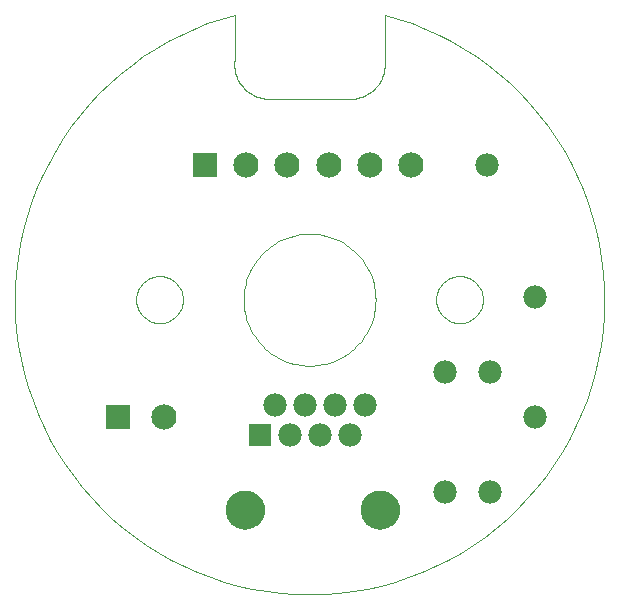
<source format=gbs>
G75*
G70*
%OFA0B0*%
%FSLAX24Y24*%
%IPPOS*%
%LPD*%
%AMOC8*
5,1,8,0,0,1.08239X$1,22.5*
%
%ADD10C,0.0010*%
%ADD11C,0.0000*%
%ADD12C,0.1300*%
%ADD13C,0.0780*%
%ADD14R,0.0780X0.0780*%
%ADD15R,0.0840X0.0840*%
%ADD16C,0.0840*%
D10*
X004154Y011402D02*
X004156Y011458D01*
X004162Y011513D01*
X004172Y011568D01*
X004186Y011622D01*
X004203Y011675D01*
X004224Y011726D01*
X004249Y011776D01*
X004278Y011824D01*
X004310Y011869D01*
X004345Y011913D01*
X004382Y011954D01*
X004423Y011991D01*
X004467Y012026D01*
X004512Y012058D01*
X004560Y012087D01*
X004610Y012112D01*
X004661Y012133D01*
X004714Y012150D01*
X004768Y012164D01*
X004823Y012174D01*
X004878Y012180D01*
X004934Y012182D01*
X004990Y012180D01*
X005045Y012174D01*
X005100Y012164D01*
X005154Y012150D01*
X005207Y012133D01*
X005258Y012112D01*
X005308Y012087D01*
X005356Y012058D01*
X005401Y012026D01*
X005445Y011991D01*
X005486Y011954D01*
X005523Y011913D01*
X005558Y011869D01*
X005590Y011824D01*
X005619Y011776D01*
X005644Y011726D01*
X005665Y011675D01*
X005682Y011622D01*
X005696Y011568D01*
X005706Y011513D01*
X005712Y011458D01*
X005714Y011402D01*
X005712Y011346D01*
X005706Y011291D01*
X005696Y011236D01*
X005682Y011182D01*
X005665Y011129D01*
X005644Y011078D01*
X005619Y011028D01*
X005590Y010980D01*
X005558Y010935D01*
X005523Y010891D01*
X005486Y010850D01*
X005445Y010813D01*
X005401Y010778D01*
X005356Y010746D01*
X005308Y010717D01*
X005258Y010692D01*
X005207Y010671D01*
X005154Y010654D01*
X005100Y010640D01*
X005045Y010630D01*
X004990Y010624D01*
X004934Y010622D01*
X004878Y010624D01*
X004823Y010630D01*
X004768Y010640D01*
X004714Y010654D01*
X004661Y010671D01*
X004610Y010692D01*
X004560Y010717D01*
X004512Y010746D01*
X004467Y010778D01*
X004423Y010813D01*
X004382Y010850D01*
X004345Y010891D01*
X004310Y010935D01*
X004278Y010980D01*
X004249Y011028D01*
X004224Y011078D01*
X004203Y011129D01*
X004186Y011182D01*
X004172Y011236D01*
X004162Y011291D01*
X004156Y011346D01*
X004154Y011402D01*
X007734Y011402D02*
X007737Y011510D01*
X007745Y011618D01*
X007758Y011725D01*
X007776Y011831D01*
X007800Y011937D01*
X007829Y012041D01*
X007863Y012143D01*
X007901Y012244D01*
X007945Y012343D01*
X007994Y012439D01*
X008047Y012533D01*
X008105Y012624D01*
X008167Y012713D01*
X008233Y012798D01*
X008304Y012879D01*
X008378Y012958D01*
X008457Y013032D01*
X008538Y013103D01*
X008623Y013169D01*
X008712Y013231D01*
X008803Y013289D01*
X008897Y013342D01*
X008993Y013391D01*
X009092Y013435D01*
X009193Y013473D01*
X009295Y013507D01*
X009399Y013536D01*
X009505Y013560D01*
X009611Y013578D01*
X009718Y013591D01*
X009826Y013599D01*
X009934Y013602D01*
X010042Y013599D01*
X010150Y013591D01*
X010257Y013578D01*
X010363Y013560D01*
X010469Y013536D01*
X010573Y013507D01*
X010675Y013473D01*
X010776Y013435D01*
X010875Y013391D01*
X010971Y013342D01*
X011065Y013289D01*
X011156Y013231D01*
X011245Y013169D01*
X011330Y013103D01*
X011411Y013032D01*
X011490Y012958D01*
X011564Y012879D01*
X011635Y012798D01*
X011701Y012713D01*
X011763Y012624D01*
X011821Y012533D01*
X011874Y012439D01*
X011923Y012343D01*
X011967Y012244D01*
X012005Y012143D01*
X012039Y012041D01*
X012068Y011937D01*
X012092Y011831D01*
X012110Y011725D01*
X012123Y011618D01*
X012131Y011510D01*
X012134Y011402D01*
X012131Y011294D01*
X012123Y011186D01*
X012110Y011079D01*
X012092Y010973D01*
X012068Y010867D01*
X012039Y010763D01*
X012005Y010661D01*
X011967Y010560D01*
X011923Y010461D01*
X011874Y010365D01*
X011821Y010271D01*
X011763Y010180D01*
X011701Y010091D01*
X011635Y010006D01*
X011564Y009925D01*
X011490Y009846D01*
X011411Y009772D01*
X011330Y009701D01*
X011245Y009635D01*
X011156Y009573D01*
X011065Y009515D01*
X010971Y009462D01*
X010875Y009413D01*
X010776Y009369D01*
X010675Y009331D01*
X010573Y009297D01*
X010469Y009268D01*
X010363Y009244D01*
X010257Y009226D01*
X010150Y009213D01*
X010042Y009205D01*
X009934Y009202D01*
X009826Y009205D01*
X009718Y009213D01*
X009611Y009226D01*
X009505Y009244D01*
X009399Y009268D01*
X009295Y009297D01*
X009193Y009331D01*
X009092Y009369D01*
X008993Y009413D01*
X008897Y009462D01*
X008803Y009515D01*
X008712Y009573D01*
X008623Y009635D01*
X008538Y009701D01*
X008457Y009772D01*
X008378Y009846D01*
X008304Y009925D01*
X008233Y010006D01*
X008167Y010091D01*
X008105Y010180D01*
X008047Y010271D01*
X007994Y010365D01*
X007945Y010461D01*
X007901Y010560D01*
X007863Y010661D01*
X007829Y010763D01*
X007800Y010867D01*
X007776Y010973D01*
X007758Y011079D01*
X007745Y011186D01*
X007737Y011294D01*
X007734Y011402D01*
X007434Y020902D02*
X006973Y020768D01*
X006519Y020612D01*
X006073Y020434D01*
X005636Y020235D01*
X005210Y020014D01*
X004794Y019773D01*
X004391Y019512D01*
X004002Y019231D01*
X003626Y018932D01*
X003266Y018615D01*
X002921Y018280D01*
X002594Y017930D01*
X002283Y017563D01*
X001991Y017182D01*
X001718Y016787D01*
X001465Y016379D01*
X001232Y015959D01*
X001020Y015528D01*
X000829Y015088D01*
X000659Y014639D01*
X000512Y014181D01*
X000388Y013718D01*
X000286Y013248D01*
X000207Y012775D01*
X000152Y012298D01*
X000120Y011819D01*
X000111Y011339D01*
X000126Y010859D01*
X000164Y010380D01*
X000226Y009904D01*
X000311Y009431D01*
X000419Y008963D01*
X000549Y008501D01*
X000702Y008046D01*
X000877Y007599D01*
X001074Y007161D01*
X001291Y006733D01*
X001530Y006316D01*
X001789Y005912D01*
X002067Y005520D01*
X002363Y005143D01*
X002678Y004780D01*
X003011Y004434D01*
X003359Y004104D01*
X003724Y003791D01*
X004103Y003497D01*
X004496Y003221D01*
X004903Y002965D01*
X005321Y002730D01*
X005750Y002515D01*
X006190Y002321D01*
X006638Y002149D01*
X007094Y001999D01*
X007557Y001871D01*
X008025Y001766D01*
X008499Y001684D01*
X008975Y001626D01*
X009454Y001591D01*
X009934Y001579D01*
X010414Y001591D01*
X010893Y001626D01*
X011369Y001684D01*
X011843Y001766D01*
X012311Y001871D01*
X012774Y001999D01*
X013230Y002149D01*
X013678Y002321D01*
X014118Y002515D01*
X014547Y002730D01*
X014965Y002965D01*
X015372Y003221D01*
X015765Y003497D01*
X016144Y003791D01*
X016509Y004104D01*
X016857Y004434D01*
X017190Y004780D01*
X017505Y005143D01*
X017801Y005520D01*
X018079Y005912D01*
X018338Y006316D01*
X018577Y006733D01*
X018794Y007161D01*
X018991Y007599D01*
X019166Y008046D01*
X019319Y008501D01*
X019449Y008963D01*
X019557Y009431D01*
X019642Y009904D01*
X019704Y010380D01*
X019742Y010859D01*
X019757Y011339D01*
X019748Y011819D01*
X019716Y012298D01*
X019661Y012775D01*
X019582Y013248D01*
X019480Y013718D01*
X019356Y014181D01*
X019209Y014639D01*
X019039Y015088D01*
X018848Y015528D01*
X018636Y015959D01*
X018403Y016379D01*
X018150Y016787D01*
X017877Y017182D01*
X017585Y017563D01*
X017274Y017930D01*
X016947Y018280D01*
X016602Y018615D01*
X016242Y018932D01*
X015866Y019231D01*
X015477Y019512D01*
X015074Y019773D01*
X014658Y020014D01*
X014232Y020235D01*
X013795Y020434D01*
X013349Y020612D01*
X012895Y020768D01*
X012434Y020902D01*
X012434Y019402D01*
X012441Y019337D01*
X012444Y019272D01*
X012443Y019207D01*
X012439Y019142D01*
X012431Y019078D01*
X012419Y019014D01*
X012404Y018950D01*
X012385Y018888D01*
X012363Y018827D01*
X012338Y018767D01*
X012309Y018709D01*
X012277Y018652D01*
X012242Y018597D01*
X012203Y018545D01*
X012162Y018494D01*
X012118Y018446D01*
X012072Y018401D01*
X012023Y018358D01*
X011972Y018318D01*
X011918Y018281D01*
X011863Y018247D01*
X011806Y018216D01*
X011747Y018188D01*
X011686Y018164D01*
X011625Y018143D01*
X011562Y018126D01*
X011498Y018112D01*
X011434Y018102D01*
X008434Y018102D01*
X008370Y018112D01*
X008306Y018126D01*
X008243Y018143D01*
X008182Y018164D01*
X008121Y018188D01*
X008062Y018216D01*
X008005Y018247D01*
X007950Y018281D01*
X007896Y018318D01*
X007845Y018358D01*
X007796Y018401D01*
X007750Y018446D01*
X007706Y018494D01*
X007665Y018545D01*
X007626Y018597D01*
X007591Y018652D01*
X007559Y018709D01*
X007530Y018767D01*
X007505Y018827D01*
X007483Y018888D01*
X007464Y018950D01*
X007449Y019014D01*
X007437Y019078D01*
X007429Y019142D01*
X007425Y019207D01*
X007424Y019272D01*
X007427Y019337D01*
X007434Y019402D01*
X007434Y020902D01*
X014154Y011402D02*
X014156Y011458D01*
X014162Y011513D01*
X014172Y011568D01*
X014186Y011622D01*
X014203Y011675D01*
X014224Y011726D01*
X014249Y011776D01*
X014278Y011824D01*
X014310Y011869D01*
X014345Y011913D01*
X014382Y011954D01*
X014423Y011991D01*
X014467Y012026D01*
X014512Y012058D01*
X014560Y012087D01*
X014610Y012112D01*
X014661Y012133D01*
X014714Y012150D01*
X014768Y012164D01*
X014823Y012174D01*
X014878Y012180D01*
X014934Y012182D01*
X014990Y012180D01*
X015045Y012174D01*
X015100Y012164D01*
X015154Y012150D01*
X015207Y012133D01*
X015258Y012112D01*
X015308Y012087D01*
X015356Y012058D01*
X015401Y012026D01*
X015445Y011991D01*
X015486Y011954D01*
X015523Y011913D01*
X015558Y011869D01*
X015590Y011824D01*
X015619Y011776D01*
X015644Y011726D01*
X015665Y011675D01*
X015682Y011622D01*
X015696Y011568D01*
X015706Y011513D01*
X015712Y011458D01*
X015714Y011402D01*
X015712Y011346D01*
X015706Y011291D01*
X015696Y011236D01*
X015682Y011182D01*
X015665Y011129D01*
X015644Y011078D01*
X015619Y011028D01*
X015590Y010980D01*
X015558Y010935D01*
X015523Y010891D01*
X015486Y010850D01*
X015445Y010813D01*
X015401Y010778D01*
X015356Y010746D01*
X015308Y010717D01*
X015258Y010692D01*
X015207Y010671D01*
X015154Y010654D01*
X015100Y010640D01*
X015045Y010630D01*
X014990Y010624D01*
X014934Y010622D01*
X014878Y010624D01*
X014823Y010630D01*
X014768Y010640D01*
X014714Y010654D01*
X014661Y010671D01*
X014610Y010692D01*
X014560Y010717D01*
X014512Y010746D01*
X014467Y010778D01*
X014423Y010813D01*
X014382Y010850D01*
X014345Y010891D01*
X014310Y010935D01*
X014278Y010980D01*
X014249Y011028D01*
X014224Y011078D01*
X014203Y011129D01*
X014186Y011182D01*
X014172Y011236D01*
X014162Y011291D01*
X014156Y011346D01*
X014154Y011402D01*
D11*
X011654Y004402D02*
X011656Y004452D01*
X011662Y004502D01*
X011672Y004551D01*
X011686Y004599D01*
X011703Y004646D01*
X011724Y004691D01*
X011749Y004735D01*
X011777Y004776D01*
X011809Y004815D01*
X011843Y004852D01*
X011880Y004886D01*
X011920Y004916D01*
X011962Y004943D01*
X012006Y004967D01*
X012052Y004988D01*
X012099Y005004D01*
X012147Y005017D01*
X012197Y005026D01*
X012246Y005031D01*
X012297Y005032D01*
X012347Y005029D01*
X012396Y005022D01*
X012445Y005011D01*
X012493Y004996D01*
X012539Y004978D01*
X012584Y004956D01*
X012627Y004930D01*
X012668Y004901D01*
X012707Y004869D01*
X012743Y004834D01*
X012775Y004796D01*
X012805Y004756D01*
X012832Y004713D01*
X012855Y004669D01*
X012874Y004623D01*
X012890Y004575D01*
X012902Y004526D01*
X012910Y004477D01*
X012914Y004427D01*
X012914Y004377D01*
X012910Y004327D01*
X012902Y004278D01*
X012890Y004229D01*
X012874Y004181D01*
X012855Y004135D01*
X012832Y004091D01*
X012805Y004048D01*
X012775Y004008D01*
X012743Y003970D01*
X012707Y003935D01*
X012668Y003903D01*
X012627Y003874D01*
X012584Y003848D01*
X012539Y003826D01*
X012493Y003808D01*
X012445Y003793D01*
X012396Y003782D01*
X012347Y003775D01*
X012297Y003772D01*
X012246Y003773D01*
X012197Y003778D01*
X012147Y003787D01*
X012099Y003800D01*
X012052Y003816D01*
X012006Y003837D01*
X011962Y003861D01*
X011920Y003888D01*
X011880Y003918D01*
X011843Y003952D01*
X011809Y003989D01*
X011777Y004028D01*
X011749Y004069D01*
X011724Y004113D01*
X011703Y004158D01*
X011686Y004205D01*
X011672Y004253D01*
X011662Y004302D01*
X011656Y004352D01*
X011654Y004402D01*
X007154Y004402D02*
X007156Y004452D01*
X007162Y004502D01*
X007172Y004551D01*
X007186Y004599D01*
X007203Y004646D01*
X007224Y004691D01*
X007249Y004735D01*
X007277Y004776D01*
X007309Y004815D01*
X007343Y004852D01*
X007380Y004886D01*
X007420Y004916D01*
X007462Y004943D01*
X007506Y004967D01*
X007552Y004988D01*
X007599Y005004D01*
X007647Y005017D01*
X007697Y005026D01*
X007746Y005031D01*
X007797Y005032D01*
X007847Y005029D01*
X007896Y005022D01*
X007945Y005011D01*
X007993Y004996D01*
X008039Y004978D01*
X008084Y004956D01*
X008127Y004930D01*
X008168Y004901D01*
X008207Y004869D01*
X008243Y004834D01*
X008275Y004796D01*
X008305Y004756D01*
X008332Y004713D01*
X008355Y004669D01*
X008374Y004623D01*
X008390Y004575D01*
X008402Y004526D01*
X008410Y004477D01*
X008414Y004427D01*
X008414Y004377D01*
X008410Y004327D01*
X008402Y004278D01*
X008390Y004229D01*
X008374Y004181D01*
X008355Y004135D01*
X008332Y004091D01*
X008305Y004048D01*
X008275Y004008D01*
X008243Y003970D01*
X008207Y003935D01*
X008168Y003903D01*
X008127Y003874D01*
X008084Y003848D01*
X008039Y003826D01*
X007993Y003808D01*
X007945Y003793D01*
X007896Y003782D01*
X007847Y003775D01*
X007797Y003772D01*
X007746Y003773D01*
X007697Y003778D01*
X007647Y003787D01*
X007599Y003800D01*
X007552Y003816D01*
X007506Y003837D01*
X007462Y003861D01*
X007420Y003888D01*
X007380Y003918D01*
X007343Y003952D01*
X007309Y003989D01*
X007277Y004028D01*
X007249Y004069D01*
X007224Y004113D01*
X007203Y004158D01*
X007186Y004205D01*
X007172Y004253D01*
X007162Y004302D01*
X007156Y004352D01*
X007154Y004402D01*
D12*
X007784Y004402D03*
X012284Y004402D03*
D13*
X014434Y005002D03*
X015934Y005002D03*
X017434Y007502D03*
X015934Y009002D03*
X014434Y009002D03*
X011784Y007902D03*
X010784Y007902D03*
X009784Y007902D03*
X008784Y007902D03*
X009284Y006902D03*
X010284Y006902D03*
X011284Y006902D03*
X017434Y011502D03*
X015834Y015902D03*
D14*
X008284Y006902D03*
D15*
X003564Y007502D03*
X006434Y015902D03*
D16*
X007812Y015902D03*
X009190Y015902D03*
X010568Y015902D03*
X011946Y015902D03*
X013324Y015902D03*
X005082Y007502D03*
M02*

</source>
